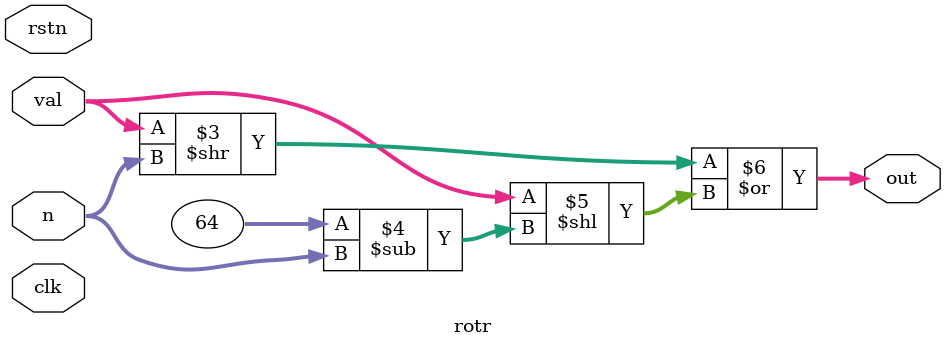
<source format=v>
`timescale 1ns / 1ps


module rotr
    #(parameter BW = 64)
    (
        input clk,
        input rstn,
        input [BW - 1:0] val,    // input to be rotated
        input [5:0] n,           // number of rotation up to 63
        output [BW - 1:0] out
    );
    
    // register input
    reg [BW - 1:0] val_reg;
    reg [5:0] n_reg;
    
    always @(posedge clk or negedge rstn) begin
        if (!rstn) begin
            val_reg <= 0;
            n_reg <= 0;
        end else begin
            val_reg <= val;
            n_reg <= n;
        end
    end
    
    assign out = (val >> n) | (val << (BW - n));
    
endmodule

</source>
